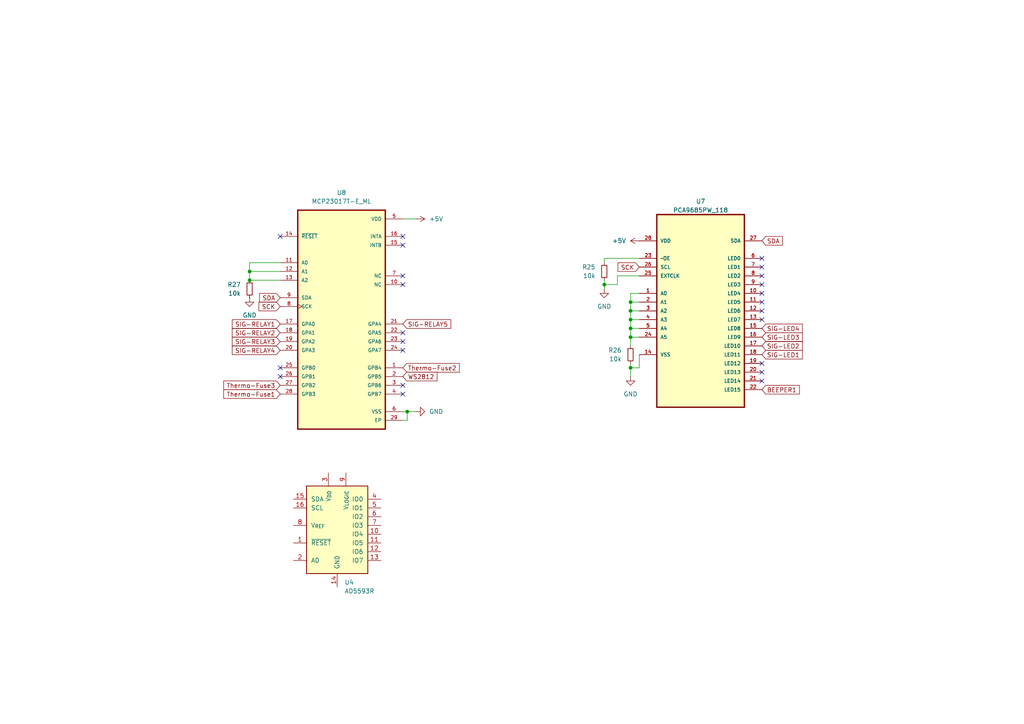
<source format=kicad_sch>
(kicad_sch (version 20250114) (generator "eeschema") (generator_version "9.0")
  (paper "A4")
  (lib_symbols
    (symbol "Analog:AD5593R" (pin_names (offset 1.27))
      (property "Reference" "U" (at -8.89 15.24 0))
      (property "Value" "AD5593R" (at 3.81 15.24 0))
      (symbol "AD5593R_0_1"
        (rectangle (start -8.89 13.97) (end 8.89 -11.43) (stroke (width 0.254)) (fill (type background)))
      )
      (symbol "AD5593R_1_1"
        (pin bidirectional line (at -12.7 10.16 0) (length 3.81) (name "SDA") (number "15"))
        (pin input line (at -12.7 7.62 0) (length 3.81) (name "SCL") (number "16"))
        (pin passive line (at -12.7 2.54 0) (length 3.81) (name "V_{REF}") (number "8"))
        (pin input line (at -12.7 -2.54 0) (length 3.81) (name "~{RESET}") (number "1"))
        (pin input line (at -12.7 -7.62 0) (length 3.81) (name "A0") (number "2"))
        (pin power_in line (at -2.54 17.78 270) (length 3.81) (name "V_{DD}") (number "3"))
        (pin power_in line (at 0 -15.24 90) (length 3.81) (name "GND") (number "14"))
        (pin power_in line (at 2.54 17.78 270) (length 3.81) (name "V_{LOGIC}") (number "9"))
        (pin bidirectional line (at 12.7 10.16 180) (length 3.81) (name "IO0") (number "4"))
        (pin bidirectional line (at 12.7 7.62 180) (length 3.81) (name "IO1") (number "5"))
        (pin bidirectional line (at 12.7 5.08 180) (length 3.81) (name "IO2") (number "6"))
        (pin bidirectional line (at 12.7 2.54 180) (length 3.81) (name "IO3") (number "7"))
        (pin bidirectional line (at 12.7 0 180) (length 3.81) (name "IO4") (number "10"))
        (pin bidirectional line (at 12.7 -2.54 180) (length 3.81) (name "IO5") (number "11"))
        (pin bidirectional line (at 12.7 -5.08 180) (length 3.81) (name "IO6") (number "12"))
        (pin bidirectional line (at 12.7 -7.62 180) (length 3.81) (name "IO7") (number "13"))
      )
    )
    (symbol "Device:R_Small" (pin_numbers (hide yes)) (pin_names (offset 0.254) (hide yes))
      (property "Reference" "R" (at 0.762 0.508 0))
      (property "Value" "R_Small" (at 0.762 -1.016 0))
      (symbol "R_Small_0_1"
        (rectangle (start -0.762 1.778) (end 0.762 -1.778) (stroke (width 0.2032)))
      )
      (symbol "R_Small_1_1"
        (pin passive line (at 0 2.54 270) (length 0.762) (name "~") (number "1"))
        (pin passive line (at 0 -2.54 90) (length 0.762) (name "~") (number "2"))
      )
    )
    (symbol "Snapeda:MCP23017T-E_ML" (pin_names (offset 1.016))
      (property "Reference" "U" (at -12.7 31.48 0))
      (property "Value" "MCP23017T-E_ML" (at -12.7 -37.02 0))
      (symbol "MCP23017T-E_ML_0_0"
        (rectangle (start -12.7 30.48) (end 12.7 -33.02) (stroke (width 0.41)) (fill (type background)))
        (pin input line (at -17.78 22.86 0) (length 5.08) (name "~{RESET}") (number "14"))
        (pin input line (at -17.78 15.24 0) (length 5.08) (name "A0") (number "11"))
        (pin input line (at -17.78 12.7 0) (length 5.08) (name "A1") (number "12"))
        (pin input line (at -17.78 10.16 0) (length 5.08) (name "A2") (number "13"))
        (pin bidirectional line (at -17.78 5.08 0) (length 5.08) (name "SDA") (number "9"))
        (pin input clock (at -17.78 2.54 0) (length 5.08) (name "SCK") (number "8"))
        (pin bidirectional line (at -17.78 -2.54 0) (length 5.08) (name "GPA0") (number "17"))
        (pin bidirectional line (at -17.78 -5.08 0) (length 5.08) (name "GPA1") (number "18"))
        (pin bidirectional line (at -17.78 -7.62 0) (length 5.08) (name "GPA2") (number "19"))
        (pin bidirectional line (at -17.78 -10.16 0) (length 5.08) (name "GPA3") (number "20"))
        (pin bidirectional line (at -17.78 -15.24 0) (length 5.08) (name "GPB0") (number "25"))
        (pin bidirectional line (at -17.78 -17.78 0) (length 5.08) (name "GPB1") (number "26"))
        (pin bidirectional line (at -17.78 -20.32 0) (length 5.08) (name "GPB2") (number "27"))
        (pin bidirectional line (at -17.78 -22.86 0) (length 5.08) (name "GPB3") (number "28"))
        (pin power_in line (at 17.78 27.94 180) (length 5.08) (name "VDD") (number "5"))
        (pin output line (at 17.78 22.86 180) (length 5.08) (name "INTA") (number "16"))
        (pin output line (at 17.78 20.32 180) (length 5.08) (name "INTB") (number "15"))
        (pin bidirectional line (at 17.78 -2.54 180) (length 5.08) (name "GPA4") (number "21"))
        (pin bidirectional line (at 17.78 -5.08 180) (length 5.08) (name "GPA5") (number "22"))
        (pin bidirectional line (at 17.78 -7.62 180) (length 5.08) (name "GPA6") (number "23"))
        (pin bidirectional line (at 17.78 -10.16 180) (length 5.08) (name "GPA7") (number "24"))
        (pin bidirectional line (at 17.78 -15.24 180) (length 5.08) (name "GPB4") (number "1"))
        (pin bidirectional line (at 17.78 -17.78 180) (length 5.08) (name "GPB5") (number "2"))
        (pin bidirectional line (at 17.78 -20.32 180) (length 5.08) (name "GPB6") (number "3"))
        (pin bidirectional line (at 17.78 -22.86 180) (length 5.08) (name "GPB7") (number "4"))
        (pin power_in line (at 17.78 -27.94 180) (length 5.08) (name "VSS") (number "6"))
        (pin power_in line (at 17.78 -30.48 180) (length 5.08) (name "EP") (number "29"))
      )
      (symbol "MCP23017T-E_ML_1_0"
        (pin output line (at 17.78 11.43 180) (length 5.08) (name "NC") (number "7"))
        (pin output line (at 17.78 8.89 180) (length 5.08) (name "NC") (number "10"))
      )
    )
    (symbol "Snapeda:PCA9685PW_118" (pin_names (offset 1.016))
      (property "Reference" "U" (at -5.3748 29.5233 0))
      (property "Value" "PCA9685PW_118" (at -3.0529 -35.7951 0))
      (symbol "PCA9685PW_118_0_0"
        (rectangle (start -12.7 -30.48) (end 12.7 25.4) (stroke (width 0.4064)) (fill (type background)))
        (pin power_in line (at -17.78 17.78 0) (length 5.08) (name "VDD") (number "28"))
        (pin input line (at -17.78 12.7 0) (length 5.08) (name "~OE") (number "23"))
        (pin input line (at -17.78 10.16 0) (length 5.08) (name "SCL") (number "26"))
        (pin input line (at -17.78 7.62 0) (length 5.08) (name "EXTCLK") (number "25"))
        (pin input line (at -17.78 2.54 0) (length 5.08) (name "A0") (number "1"))
        (pin input line (at -17.78 0 0) (length 5.08) (name "A1") (number "2"))
        (pin input line (at -17.78 -2.54 0) (length 5.08) (name "A2") (number "3"))
        (pin input line (at -17.78 -5.08 0) (length 5.08) (name "A3") (number "4"))
        (pin input line (at -17.78 -7.62 0) (length 5.08) (name "A4") (number "5"))
        (pin input line (at -17.78 -10.16 0) (length 5.08) (name "A5") (number "24"))
        (pin passive line (at -17.78 -15.24 0) (length 5.08) (name "VSS") (number "14"))
        (pin bidirectional line (at 17.78 17.78 180) (length 5.08) (name "SDA") (number "27"))
        (pin output line (at 17.78 12.7 180) (length 5.08) (name "LED0") (number "6"))
        (pin output line (at 17.78 10.16 180) (length 5.08) (name "LED1") (number "7"))
        (pin output line (at 17.78 7.62 180) (length 5.08) (name "LED2") (number "8"))
        (pin output line (at 17.78 5.08 180) (length 5.08) (name "LED3") (number "9"))
        (pin output line (at 17.78 2.54 180) (length 5.08) (name "LED4") (number "10"))
        (pin output line (at 17.78 0 180) (length 5.08) (name "LED5") (number "11"))
        (pin output line (at 17.78 -2.54 180) (length 5.08) (name "LED6") (number "12"))
        (pin output line (at 17.78 -5.08 180) (length 5.08) (name "LED7") (number "13"))
        (pin output line (at 17.78 -7.62 180) (length 5.08) (name "LED8") (number "15"))
        (pin output line (at 17.78 -10.16 180) (length 5.08) (name "LED9") (number "16"))
        (pin output line (at 17.78 -12.7 180) (length 5.08) (name "LED10") (number "17"))
        (pin output line (at 17.78 -15.24 180) (length 5.08) (name "LED11") (number "18"))
        (pin output line (at 17.78 -17.78 180) (length 5.08) (name "LED12") (number "19"))
        (pin output line (at 17.78 -20.32 180) (length 5.08) (name "LED13") (number "20"))
        (pin output line (at 17.78 -22.86 180) (length 5.08) (name "LED14") (number "21"))
        (pin output line (at 17.78 -25.4 180) (length 5.08) (name "LED15") (number "22"))
      )
    )
    (symbol "power:+5V" (power) (pin_numbers (hide yes)) (pin_names (offset 0) (hide yes))
      (property "Value" "+5V" (at 0 3.556 0))
      (symbol "+5V_0_1"
        (polyline (pts (xy -0.762 1.27) (xy 0 2.54)))
        (polyline (pts (xy 0 2.54) (xy 0.762 1.27)))
        (polyline (pts (xy 0 0) (xy 0 2.54)))
      )
      (symbol "+5V_1_1"
        (pin power_in line (at 0 0 90) (length 0) (name "~") (number "1"))
      )
    )
    (symbol "power:GND" (power) (pin_numbers (hide yes)) (pin_names (offset 0) (hide yes))
      (property "Value" "GND" (at 0 -3.81 0))
      (symbol "GND_0_1"
        (polyline (pts (xy 0 0) (xy 0 -1.27) (xy 1.27 -1.27) (xy 0 -2.54) (xy -1.27 -1.27) (xy 0 -1.27)))
      )
      (symbol "GND_1_1"
        (pin power_in line (at 0 0 270) (length 0) (name "~") (number "1"))
      )
    )
  )
  (junction (at 175.26 82.55))
  (junction (at 182.88 87.63))
  (junction (at 118.11 119.38))
  (junction (at 72.39 81.28))
  (junction (at 182.88 95.25))
  (junction (at 182.88 97.79))
  (junction (at 182.88 90.17))
  (junction (at 182.88 92.71))
  (junction (at 182.88 106.68))
  (junction (at 72.39 78.74))
  (no_connect (at 116.84 80.01))
  (no_connect (at 116.84 99.06))
  (no_connect (at 220.98 92.71))
  (no_connect (at 220.98 110.49))
  (no_connect (at 116.84 82.55))
  (no_connect (at 116.84 71.12))
  (no_connect (at 116.84 114.3))
  (no_connect (at 81.28 109.22))
  (no_connect (at 81.28 106.68))
  (no_connect (at 116.84 101.6))
  (no_connect (at 220.98 82.55))
  (no_connect (at 116.84 68.58))
  (no_connect (at 220.98 87.63))
  (no_connect (at 220.98 85.09))
  (no_connect (at 220.98 90.17))
  (no_connect (at 220.98 107.95))
  (no_connect (at 220.98 105.41))
  (no_connect (at 116.84 96.52))
  (no_connect (at 220.98 80.01))
  (no_connect (at 220.98 74.93))
  (no_connect (at 220.98 77.47))
  (no_connect (at 81.28 68.58))
  (no_connect (at 116.84 111.76))
  (wire (pts (xy 182.88 95.25) (xy 182.88 97.79)))
  (wire (pts (xy 72.39 78.74) (xy 81.28 78.74)))
  (wire (pts (xy 182.88 90.17) (xy 185.42 90.17)))
  (wire (pts (xy 182.88 85.09) (xy 182.88 87.63)))
  (wire (pts (xy 175.26 76.2) (xy 175.26 74.93)))
  (wire (pts (xy 175.26 74.93) (xy 185.42 74.93)))
  (wire (pts (xy 185.42 106.68) (xy 185.42 102.87)))
  (wire (pts (xy 182.88 95.25) (xy 185.42 95.25)))
  (wire (pts (xy 72.39 76.2) (xy 72.39 78.74)))
  (wire (pts (xy 182.88 92.71) (xy 185.42 92.71)))
  (wire (pts (xy 182.88 100.33) (xy 182.88 97.79)))
  (wire (pts (xy 116.84 119.38) (xy 118.11 119.38)))
  (wire (pts (xy 116.84 63.5) (xy 120.65 63.5)))
  (wire (pts (xy 182.88 97.79) (xy 185.42 97.79)))
  (wire (pts (xy 175.26 82.55) (xy 175.26 81.28)))
  (wire (pts (xy 182.88 106.68) (xy 182.88 105.41)))
  (wire (pts (xy 182.88 106.68) (xy 185.42 106.68)))
  (wire (pts (xy 175.26 82.55) (xy 179.07 82.55)))
  (wire (pts (xy 116.84 121.92) (xy 118.11 121.92)))
  (wire (pts (xy 179.07 80.01) (xy 185.42 80.01)))
  (wire (pts (xy 185.42 85.09) (xy 182.88 85.09)))
  (wire (pts (xy 182.88 87.63) (xy 185.42 87.63)))
  (wire (pts (xy 118.11 121.92) (xy 118.11 119.38)))
  (wire (pts (xy 182.88 92.71) (xy 182.88 95.25)))
  (wire (pts (xy 182.88 87.63) (xy 182.88 90.17)))
  (wire (pts (xy 118.11 119.38) (xy 120.65 119.38)))
  (wire (pts (xy 182.88 106.68) (xy 182.88 109.22)))
  (wire (pts (xy 179.07 82.55) (xy 179.07 80.01)))
  (wire (pts (xy 72.39 81.28) (xy 81.28 81.28)))
  (wire (pts (xy 175.26 82.55) (xy 175.26 83.82)))
  (wire (pts (xy 182.88 90.17) (xy 182.88 92.71)))
  (wire (pts (xy 72.39 76.2) (xy 81.28 76.2)))
  (wire (pts (xy 72.39 78.74) (xy 72.39 81.28)))
  (global_label "SIG-LED4" (shape input) (at 220.98 95.25 0) (property "Intersheetrefs" "${INTERSHEET_REFS}" (effects (hide yes))))
  (global_label "SDA" (shape input) (at 81.28 86.36 180) (property "Intersheetrefs" "${INTERSHEET_REFS}" (effects (hide yes))))
  (global_label "Thermo-Fuse3" (shape input) (at 81.28 111.76 180) (property "Intersheetrefs" "${INTERSHEET_REFS}" (effects (hide yes))))
  (global_label "SCK" (shape input) (at 81.28 88.9 180) (property "Intersheetrefs" "${INTERSHEET_REFS}" (effects (hide yes))))
  (global_label "SIG-RELAY5" (shape input) (at 116.84 93.98 0) (property "Intersheetrefs" "${INTERSHEET_REFS}" (effects (hide yes))))
  (global_label "SCK" (shape input) (at 185.42 77.47 180) (property "Intersheetrefs" "${INTERSHEET_REFS}" (effects (hide yes))))
  (global_label "Thermo-Fuse1" (shape input) (at 81.28 114.3 180) (property "Intersheetrefs" "${INTERSHEET_REFS}" (effects (hide yes))))
  (global_label "SIG-LED1" (shape input) (at 220.98 102.87 0) (property "Intersheetrefs" "${INTERSHEET_REFS}" (effects (hide yes))))
  (global_label "Thermo-Fuse2" (shape input) (at 116.84 106.68 0) (property "Intersheetrefs" "${INTERSHEET_REFS}" (effects (hide yes))))
  (global_label "SIG-LED3" (shape input) (at 220.98 97.79 0) (property "Intersheetrefs" "${INTERSHEET_REFS}" (effects (hide yes))))
  (global_label "SIG-LED2" (shape input) (at 220.98 100.33 0) (property "Intersheetrefs" "${INTERSHEET_REFS}" (effects (hide yes))))
  (global_label "SIG-RELAY1" (shape input) (at 81.28 93.98 180) (property "Intersheetrefs" "${INTERSHEET_REFS}" (effects (hide yes))))
  (global_label "SDA" (shape input) (at 220.98 69.85 0) (property "Intersheetrefs" "${INTERSHEET_REFS}" (effects (hide yes))))
  (global_label "SIG-RELAY2" (shape input) (at 81.28 96.52 180) (property "Intersheetrefs" "${INTERSHEET_REFS}" (effects (hide yes))))
  (global_label "SIG-RELAY4" (shape input) (at 81.28 101.6 180) (property "Intersheetrefs" "${INTERSHEET_REFS}" (effects (hide yes))))
  (global_label "WS2812" (shape input) (at 116.84 109.22 0) (property "Intersheetrefs" "${INTERSHEET_REFS}" (effects (hide yes))))
  (global_label "BEEPER1" (shape input) (at 220.98 113.03 0) (property "Intersheetrefs" "${INTERSHEET_REFS}" (effects (hide yes))))
  (global_label "SIG-RELAY3" (shape input) (at 81.28 99.06 180) (property "Intersheetrefs" "${INTERSHEET_REFS}" (effects (hide yes))))
  (symbol (lib_id "Device:R_Small") (at 175.26 78.74 0) (mirror y) (unit 1)
    (property "Reference" "R25" (at 172.72 77.4699 0) (effects (justify left)))
    (property "Value" "10k" (at 172.72 80.0099 0) (effects (justify left)))
    (property "Footprint" "Resistor_SMD:R_0603_1608Metric" (effects (hide yes)))
    (property "Description" "Resistor, small symbol" (effects (hide yes)))
  )
  (symbol (lib_id "power:+5V") (at 185.42 69.85 90) (unit 1)
    (property "Reference" "#PWR062" (effects (hide yes)))
    (property "Value" "+5V" (at 181.61 69.8499 90) (effects (justify left)))
    (property "Description" "Power symbol creates a global label with name \"+5V\"" (effects (hide yes)))
  )
  (symbol (lib_id "Device:R_Small") (at 72.39 83.82 0) (mirror y) (unit 1)
    (property "Reference" "R27" (at 69.85 82.5499 0) (effects (justify left)))
    (property "Value" "10k" (at 69.85 85.0899 0) (effects (justify left)))
    (property "Footprint" "Resistor_SMD:R_0603_1608Metric" (effects (hide yes)))
    (property "Description" "Resistor, small symbol" (effects (hide yes)))
  )
  (symbol (lib_id "Analog:AD5593R") (at 97.79 154.94 0) (unit 1)
    (property "Reference" "U4" (at 99.9333 168.91 0) (effects (justify left)))
    (property "Value" "AD5593R" (at 99.9333 171.45 0) (effects (justify left)))
    (property "Footprint" "Package_SO:TSSOP-16_4.4x5mm_P0.65mm" (effects (hide yes)))
    (property "Datasheet" "https://www.analog.com/media/en/technical-documentation/data-sheets/AD5593R.pdf" (effects (hide yes)))
    (property "Description" "8-channel 12bits configurable ADC/DAC/GPIO Internal Reference, I2C interface Integrated temperature sensor,Single Supply, TSSOP-16" (effects (hide yes)))
  )
  (symbol (lib_id "power:GND") (at 182.88 109.22 0) (unit 1)
    (property "Reference" "#PWR061" (effects (hide yes)))
    (property "Value" "GND" (at 182.88 114.3 0))
    (property "Description" "Power symbol creates a global label with name \"GND\" , ground" (effects (hide yes)))
  )
  (symbol (lib_id "power:GND") (at 120.65 119.38 90) (unit 1)
    (property "Reference" "#PWR027" (effects (hide yes)))
    (property "Value" "GND" (at 124.46 119.3799 90) (effects (justify right)))
    (property "Description" "Power symbol creates a global label with name \"GND\" , ground" (effects (hide yes)))
  )
  (symbol (lib_id "Snapeda:MCP23017T-E_ML") (at 99.06 91.44 0) (unit 1)
    (property "Reference" "U8" (at 99.06 55.88 0))
    (property "Value" "MCP23017T-E_ML" (at 99.06 58.42 0))
    (property "Footprint" "Snapeda:MCP23017T-E_ML_QFN65P600X600X100-29N" (effects (hide yes)))
    (property "MF" "Microchip" (effects (hide yes)))
    (property "MAXIMUM_PACKAGE_HEIGHT" "1.00mm" (effects (hide yes)))
    (property "Package" "QFN-28 Microchip" (effects (hide yes)))
    (property "Price" "None" (effects (hide yes)))
    (property "Check_prices" "https://www.snapeda.com/parts/MCP23017T-E/ML/Microchip/view-part/?ref=eda" (effects (hide yes)))
    (property "STANDARD" "IPC-7351B" (effects (hide yes)))
    (property "PARTREV" "C" (effects (hide yes)))
    (property "SnapEDA_Link" "https://www.snapeda.com/parts/MCP23017T-E/ML/Microchip/view-part/?ref=snap" (effects (hide yes)))
    (property "MP" "MCP23017T-E/ML" (effects (hide yes)))
    (property "Purchase-URL" "https://www.snapeda.com/api/url_track_click_mouser/?unipart_id=229587&manufacturer=Microchip&part_name=MCP23017T-E/ML&search_term=mcp23017t-e/ml" (effects (hide yes)))
    (property "Description_1" "\n16-bit Input/Output Expander, I2C interface, Pb-free28 QFN 6x6x0.9mm T/R | Microchip Technology Inc. MCP23017T-E/ML\n" (effects (hide yes)))
    (property "Availability" "In Stock" (effects (hide yes)))
    (property "MANUFACTURER" "Microchip" (effects (hide yes)))
  )
  (symbol (lib_id "Device:R_Small") (at 182.88 102.87 0) (mirror y) (unit 1)
    (property "Reference" "R26" (at 180.34 101.5999 0) (effects (justify left)))
    (property "Value" "10k" (at 180.34 104.1399 0) (effects (justify left)))
    (property "Footprint" "Resistor_SMD:R_0603_1608Metric" (effects (hide yes)))
    (property "Description" "Resistor, small symbol" (effects (hide yes)))
  )
  (symbol (lib_id "Snapeda:PCA9685PW_118") (at 203.2 87.63 0) (unit 1)
    (property "Reference" "U7" (at 203.2 58.42 0))
    (property "Value" "PCA9685PW_118" (at 203.2 60.96 0))
    (property "Footprint" "Snapeda:PCA9685PW_118_SOP65P640X110-28N" (effects (hide yes)))
    (property "MF" "NXP USA" (effects (hide yes)))
    (property "Description_1" "\nLED Driver IC 16 Output Linear - PWM Dimming 25mA 28-TSSOP\n" (effects (hide yes)))
    (property "PACKAGE" "TSSOP-28" (effects (hide yes)))
    (property "MPN" "PCA9685PW,118" (effects (hide yes)))
    (property "Price" "None" (effects (hide yes)))
    (property "Package" "TSSOP-28 NXP Semiconductors" (effects (hide yes)))
    (property "OC_FARNELL" "1854074" (effects (hide yes)))
    (property "SnapEDA_Link" "https://www.snapeda.com/parts/PCA9685PW,118/NXP+USA+Inc./view-part/?ref=snap" (effects (hide yes)))
    (property "MP" "PCA9685PW,118" (effects (hide yes)))
    (property "Purchase-URL" "https://www.snapeda.com/api/url_track_click_mouser/?unipart_id=215243&manufacturer=NXP USA&part_name=PCA9685PW,118&search_term=pca9685pw" (effects (hide yes)))
    (property "SUPPLIER" "NXP" (effects (hide yes)))
    (property "OC_NEWARK" "19T6398" (effects (hide yes)))
    (property "Availability" "In Stock" (effects (hide yes)))
    (property "Check_prices" "https://www.snapeda.com/parts/PCA9685PW,118/NXP+USA+Inc./view-part/?ref=eda" (effects (hide yes)))
  )
  (symbol (lib_id "power:GND") (at 175.26 83.82 0) (mirror y) (unit 1)
    (property "Reference" "#PWR060" (effects (hide yes)))
    (property "Value" "GND" (at 175.26 88.9 0))
    (property "Description" "Power symbol creates a global label with name \"GND\" , ground" (effects (hide yes)))
  )
  (symbol (lib_id "power:+5V") (at 120.65 63.5 270) (unit 1)
    (property "Reference" "#PWR026" (effects (hide yes)))
    (property "Value" "+5V" (at 124.46 63.4999 90) (effects (justify left)))
    (property "Description" "Power symbol creates a global label with name \"+5V\"" (effects (hide yes)))
  )
  (symbol (lib_id "power:GND") (at 72.39 86.36 0) (mirror y) (unit 1)
    (property "Reference" "#PWR025" (effects (hide yes)))
    (property "Value" "GND" (at 72.39 91.44 0))
    (property "Description" "Power symbol creates a global label with name \"GND\" , ground" (effects (hide yes)))
  )
)
</source>
